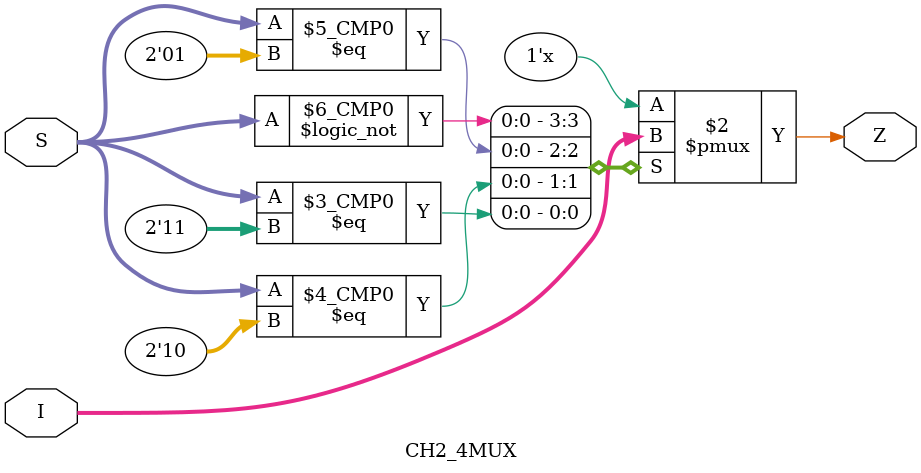
<source format=v>

module CH2_4MUX(
	I, S,
	Z
	);
	
input[3:0]I;
input[1:0]S;
output Z;

reg Z;

always @(I, S)
begin
	case(S)
		2'b00: Z <= I[3];
		2'b01: Z <= I[2];
		2'b10: Z <= I[1];
		2'b11: Z <= I[0];
		default: Z <= 0;
	endcase
end

endmodule
	
</source>
